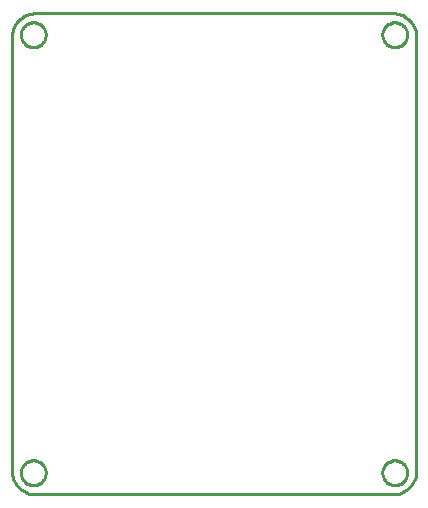
<source format=gbr>
G04 EAGLE Gerber RS-274X export*
G75*
%MOMM*%
%FSLAX34Y34*%
%LPD*%
%IN*%
%IPPOS*%
%AMOC8*
5,1,8,0,0,1.08239X$1,22.5*%
G01*
%ADD10C,0.254000*%


D10*
X0Y47752D02*
X77Y45981D01*
X309Y44223D01*
X692Y42493D01*
X1225Y40802D01*
X1904Y39164D01*
X2722Y37592D01*
X3675Y36097D01*
X4754Y34691D01*
X5952Y33384D01*
X7259Y32186D01*
X8665Y31107D01*
X10160Y30154D01*
X11732Y29336D01*
X13370Y28657D01*
X15061Y28124D01*
X16791Y27741D01*
X18549Y27509D01*
X20320Y27432D01*
X322380Y27432D01*
X324151Y27509D01*
X325909Y27741D01*
X327639Y28124D01*
X329330Y28657D01*
X330968Y29336D01*
X332540Y30154D01*
X334035Y31107D01*
X335441Y32186D01*
X336748Y33384D01*
X337946Y34691D01*
X339025Y36097D01*
X339978Y37592D01*
X340796Y39164D01*
X341475Y40802D01*
X342008Y42493D01*
X342391Y44223D01*
X342623Y45981D01*
X342700Y47752D01*
X342700Y414530D01*
X342623Y416301D01*
X342391Y418059D01*
X342008Y419789D01*
X341475Y421480D01*
X340796Y423118D01*
X339978Y424690D01*
X339025Y426185D01*
X337946Y427591D01*
X336748Y428898D01*
X335441Y430096D01*
X334035Y431175D01*
X332540Y432128D01*
X330968Y432946D01*
X329330Y433625D01*
X327639Y434158D01*
X325909Y434541D01*
X324151Y434773D01*
X322380Y434850D01*
X20320Y434850D01*
X18549Y434773D01*
X16791Y434541D01*
X15061Y434158D01*
X13370Y433625D01*
X11732Y432946D01*
X10160Y432128D01*
X8665Y431175D01*
X7259Y430096D01*
X5952Y428898D01*
X4754Y427591D01*
X3675Y426185D01*
X2722Y424690D01*
X1904Y423118D01*
X1225Y421480D01*
X692Y419789D01*
X309Y418059D01*
X77Y416301D01*
X0Y414530D01*
X0Y47752D01*
X28788Y416147D02*
X28723Y415325D01*
X28594Y414510D01*
X28402Y413708D01*
X28147Y412923D01*
X27831Y412161D01*
X27456Y411426D01*
X27025Y410722D01*
X26540Y410055D01*
X26004Y409427D01*
X25421Y408844D01*
X24794Y408308D01*
X24126Y407823D01*
X23422Y407392D01*
X22687Y407017D01*
X21925Y406701D01*
X21140Y406446D01*
X20338Y406254D01*
X19523Y406125D01*
X18701Y406060D01*
X17875Y406060D01*
X17053Y406125D01*
X16238Y406254D01*
X15436Y406446D01*
X14651Y406701D01*
X13889Y407017D01*
X13154Y407392D01*
X12450Y407823D01*
X11783Y408308D01*
X11155Y408844D01*
X10572Y409427D01*
X10036Y410055D01*
X9551Y410722D01*
X9120Y411426D01*
X8745Y412161D01*
X8429Y412923D01*
X8174Y413708D01*
X7982Y414510D01*
X7853Y415325D01*
X7788Y416147D01*
X7788Y416973D01*
X7853Y417795D01*
X7982Y418610D01*
X8174Y419412D01*
X8429Y420197D01*
X8745Y420959D01*
X9120Y421694D01*
X9551Y422398D01*
X10036Y423066D01*
X10572Y423693D01*
X11155Y424276D01*
X11783Y424812D01*
X12450Y425297D01*
X13154Y425728D01*
X13889Y426103D01*
X14651Y426419D01*
X15436Y426674D01*
X16238Y426866D01*
X17053Y426995D01*
X17875Y427060D01*
X18701Y427060D01*
X19523Y426995D01*
X20338Y426866D01*
X21140Y426674D01*
X21925Y426419D01*
X22687Y426103D01*
X23422Y425728D01*
X24126Y425297D01*
X24794Y424812D01*
X25421Y424276D01*
X26004Y423693D01*
X26540Y423066D01*
X27025Y422398D01*
X27456Y421694D01*
X27831Y420959D01*
X28147Y420197D01*
X28402Y419412D01*
X28594Y418610D01*
X28723Y417795D01*
X28788Y416973D01*
X28788Y416147D01*
X28788Y45307D02*
X28723Y44485D01*
X28594Y43670D01*
X28402Y42868D01*
X28147Y42083D01*
X27831Y41321D01*
X27456Y40586D01*
X27025Y39882D01*
X26540Y39215D01*
X26004Y38587D01*
X25421Y38004D01*
X24794Y37468D01*
X24126Y36983D01*
X23422Y36552D01*
X22687Y36177D01*
X21925Y35861D01*
X21140Y35606D01*
X20338Y35414D01*
X19523Y35285D01*
X18701Y35220D01*
X17875Y35220D01*
X17053Y35285D01*
X16238Y35414D01*
X15436Y35606D01*
X14651Y35861D01*
X13889Y36177D01*
X13154Y36552D01*
X12450Y36983D01*
X11783Y37468D01*
X11155Y38004D01*
X10572Y38587D01*
X10036Y39215D01*
X9551Y39882D01*
X9120Y40586D01*
X8745Y41321D01*
X8429Y42083D01*
X8174Y42868D01*
X7982Y43670D01*
X7853Y44485D01*
X7788Y45307D01*
X7788Y46133D01*
X7853Y46955D01*
X7982Y47770D01*
X8174Y48572D01*
X8429Y49357D01*
X8745Y50119D01*
X9120Y50854D01*
X9551Y51558D01*
X10036Y52226D01*
X10572Y52853D01*
X11155Y53436D01*
X11783Y53972D01*
X12450Y54457D01*
X13154Y54888D01*
X13889Y55263D01*
X14651Y55579D01*
X15436Y55834D01*
X16238Y56026D01*
X17053Y56155D01*
X17875Y56220D01*
X18701Y56220D01*
X19523Y56155D01*
X20338Y56026D01*
X21140Y55834D01*
X21925Y55579D01*
X22687Y55263D01*
X23422Y54888D01*
X24126Y54457D01*
X24794Y53972D01*
X25421Y53436D01*
X26004Y52853D01*
X26540Y52226D01*
X27025Y51558D01*
X27456Y50854D01*
X27831Y50119D01*
X28147Y49357D01*
X28402Y48572D01*
X28594Y47770D01*
X28723Y46955D01*
X28788Y46133D01*
X28788Y45307D01*
X334858Y45307D02*
X334793Y44485D01*
X334664Y43670D01*
X334472Y42868D01*
X334217Y42083D01*
X333901Y41321D01*
X333526Y40586D01*
X333095Y39882D01*
X332610Y39215D01*
X332074Y38587D01*
X331491Y38004D01*
X330864Y37468D01*
X330196Y36983D01*
X329492Y36552D01*
X328757Y36177D01*
X327995Y35861D01*
X327210Y35606D01*
X326408Y35414D01*
X325593Y35285D01*
X324771Y35220D01*
X323945Y35220D01*
X323123Y35285D01*
X322308Y35414D01*
X321506Y35606D01*
X320721Y35861D01*
X319959Y36177D01*
X319224Y36552D01*
X318520Y36983D01*
X317853Y37468D01*
X317225Y38004D01*
X316642Y38587D01*
X316106Y39215D01*
X315621Y39882D01*
X315190Y40586D01*
X314815Y41321D01*
X314499Y42083D01*
X314244Y42868D01*
X314052Y43670D01*
X313923Y44485D01*
X313858Y45307D01*
X313858Y46133D01*
X313923Y46955D01*
X314052Y47770D01*
X314244Y48572D01*
X314499Y49357D01*
X314815Y50119D01*
X315190Y50854D01*
X315621Y51558D01*
X316106Y52226D01*
X316642Y52853D01*
X317225Y53436D01*
X317853Y53972D01*
X318520Y54457D01*
X319224Y54888D01*
X319959Y55263D01*
X320721Y55579D01*
X321506Y55834D01*
X322308Y56026D01*
X323123Y56155D01*
X323945Y56220D01*
X324771Y56220D01*
X325593Y56155D01*
X326408Y56026D01*
X327210Y55834D01*
X327995Y55579D01*
X328757Y55263D01*
X329492Y54888D01*
X330196Y54457D01*
X330864Y53972D01*
X331491Y53436D01*
X332074Y52853D01*
X332610Y52226D01*
X333095Y51558D01*
X333526Y50854D01*
X333901Y50119D01*
X334217Y49357D01*
X334472Y48572D01*
X334664Y47770D01*
X334793Y46955D01*
X334858Y46133D01*
X334858Y45307D01*
X334858Y416147D02*
X334793Y415325D01*
X334664Y414510D01*
X334472Y413708D01*
X334217Y412923D01*
X333901Y412161D01*
X333526Y411426D01*
X333095Y410722D01*
X332610Y410055D01*
X332074Y409427D01*
X331491Y408844D01*
X330864Y408308D01*
X330196Y407823D01*
X329492Y407392D01*
X328757Y407017D01*
X327995Y406701D01*
X327210Y406446D01*
X326408Y406254D01*
X325593Y406125D01*
X324771Y406060D01*
X323945Y406060D01*
X323123Y406125D01*
X322308Y406254D01*
X321506Y406446D01*
X320721Y406701D01*
X319959Y407017D01*
X319224Y407392D01*
X318520Y407823D01*
X317853Y408308D01*
X317225Y408844D01*
X316642Y409427D01*
X316106Y410055D01*
X315621Y410722D01*
X315190Y411426D01*
X314815Y412161D01*
X314499Y412923D01*
X314244Y413708D01*
X314052Y414510D01*
X313923Y415325D01*
X313858Y416147D01*
X313858Y416973D01*
X313923Y417795D01*
X314052Y418610D01*
X314244Y419412D01*
X314499Y420197D01*
X314815Y420959D01*
X315190Y421694D01*
X315621Y422398D01*
X316106Y423066D01*
X316642Y423693D01*
X317225Y424276D01*
X317853Y424812D01*
X318520Y425297D01*
X319224Y425728D01*
X319959Y426103D01*
X320721Y426419D01*
X321506Y426674D01*
X322308Y426866D01*
X323123Y426995D01*
X323945Y427060D01*
X324771Y427060D01*
X325593Y426995D01*
X326408Y426866D01*
X327210Y426674D01*
X327995Y426419D01*
X328757Y426103D01*
X329492Y425728D01*
X330196Y425297D01*
X330864Y424812D01*
X331491Y424276D01*
X332074Y423693D01*
X332610Y423066D01*
X333095Y422398D01*
X333526Y421694D01*
X333901Y420959D01*
X334217Y420197D01*
X334472Y419412D01*
X334664Y418610D01*
X334793Y417795D01*
X334858Y416973D01*
X334858Y416147D01*
M02*

</source>
